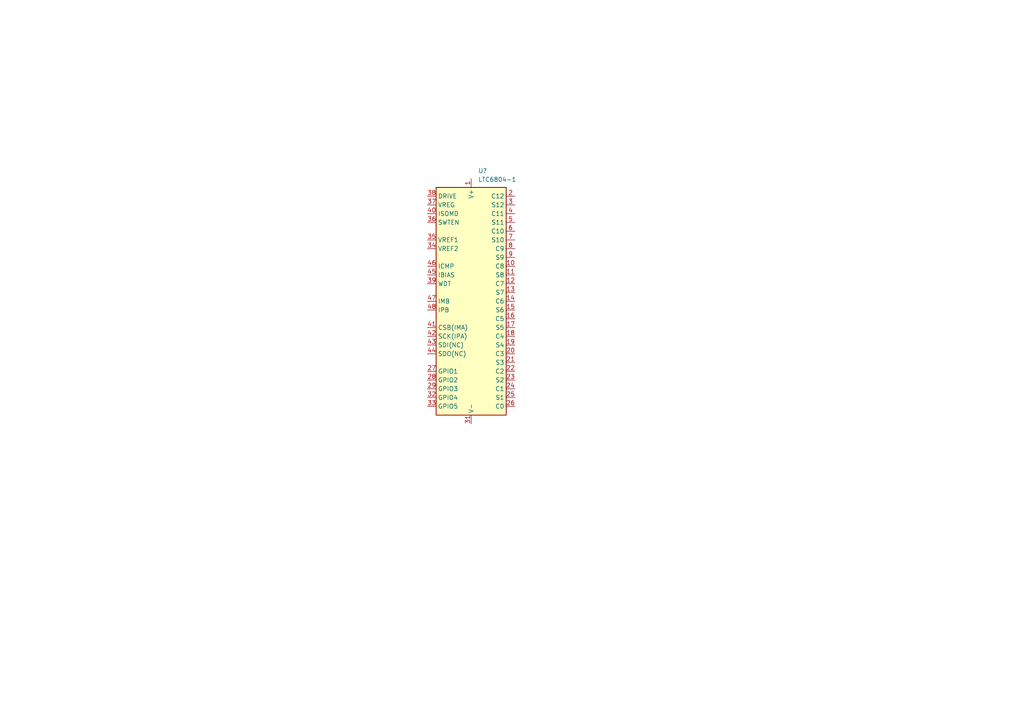
<source format=kicad_sch>
(kicad_sch (version 20211123) (generator eeschema)
  (paper "A4")
  (lib_symbols
    (symbol "Battery_Management:LTC6804-1"
      (property "Reference" "U" (at -10.16 34.29 0))
      (property "Value" "LTC6804-1" (at -16.51 -34.29 0))
      (symbol "LTC6804-1_0_1"
        (rectangle (start 10.16 -33.02) (end -10.16 33.02) (stroke (width 0.254)) (fill (type background)))
      )
      (symbol "LTC6804-1_1_1"
        (pin power_in line (at 0 35.56 270) (length 2.54) (name "V+") (number "1"))
        (pin input line (at 12.7 10.16 180) (length 2.54) (name "C8") (number "10"))
        (pin bidirectional line (at 12.7 7.62 180) (length 2.54) (name "S8") (number "11"))
        (pin input line (at 12.7 5.08 180) (length 2.54) (name "C7") (number "12"))
        (pin bidirectional line (at 12.7 2.54 180) (length 2.54) (name "S7") (number "13"))
        (pin input line (at 12.7 0 180) (length 2.54) (name "C6") (number "14"))
        (pin bidirectional line (at 12.7 -2.54 180) (length 2.54) (name "S6") (number "15"))
        (pin input line (at 12.7 -5.08 180) (length 2.54) (name "C5") (number "16"))
        (pin bidirectional line (at 12.7 -7.62 180) (length 2.54) (name "S5") (number "17"))
        (pin input line (at 12.7 -10.16 180) (length 2.54) (name "C4") (number "18"))
        (pin bidirectional line (at 12.7 -12.7 180) (length 2.54) (name "S4") (number "19"))
        (pin input line (at 12.7 30.48 180) (length 2.54) (name "C12") (number "2"))
        (pin input line (at 12.7 -15.24 180) (length 2.54) (name "C3") (number "20"))
        (pin bidirectional line (at 12.7 -17.78 180) (length 2.54) (name "S3") (number "21"))
        (pin input line (at 12.7 -20.32 180) (length 2.54) (name "C2") (number "22"))
        (pin bidirectional line (at 12.7 -22.86 180) (length 2.54) (name "S2") (number "23"))
        (pin input line (at 12.7 -25.4 180) (length 2.54) (name "C1") (number "24"))
        (pin bidirectional line (at 12.7 -27.94 180) (length 2.54) (name "S1") (number "25"))
        (pin input line (at 12.7 -30.48 180) (length 2.54) (name "C0") (number "26"))
        (pin bidirectional line (at -12.7 -20.32 0) (length 2.54) (name "GPIO1") (number "27"))
        (pin bidirectional line (at -12.7 -22.86 0) (length 2.54) (name "GPIO2") (number "28"))
        (pin bidirectional line (at -12.7 -25.4 0) (length 2.54) (name "GPIO3") (number "29"))
        (pin bidirectional line (at 12.7 27.94 180) (length 2.54) (name "S12") (number "3"))
        (pin passive line (at 0 -35.56 90) (length 2.54) hide (name "V-") (number "30"))
        (pin passive line (at 0 -35.56 90) (length 2.54) (name "V-") (number "31"))
        (pin bidirectional line (at -12.7 -27.94 0) (length 2.54) (name "GPIO4") (number "32"))
        (pin bidirectional line (at -12.7 -30.48 0) (length 2.54) (name "GPIO5") (number "33"))
        (pin output line (at -12.7 15.24 0) (length 2.54) (name "VREF2") (number "34"))
        (pin output line (at -12.7 17.78 0) (length 2.54) (name "VREF1") (number "35"))
        (pin input line (at -12.7 22.86 0) (length 2.54) (name "SWTEN") (number "36"))
        (pin input line (at -12.7 27.94 0) (length 2.54) (name "VREG") (number "37"))
        (pin output line (at -12.7 30.48 0) (length 2.54) (name "DRIVE") (number "38"))
        (pin output line (at -12.7 5.08 0) (length 2.54) (name "WDT") (number "39"))
        (pin input line (at 12.7 25.4 180) (length 2.54) (name "C11") (number "4"))
        (pin input line (at -12.7 25.4 0) (length 2.54) (name "ISOMD") (number "40"))
        (pin bidirectional line (at -12.7 -7.62 0) (length 2.54) (name "CSB(IMA)") (number "41"))
        (pin bidirectional line (at -12.7 -10.16 0) (length 2.54) (name "SCK(IPA)") (number "42"))
        (pin input line (at -12.7 -12.7 0) (length 2.54) (name "SDI(NC)") (number "43"))
        (pin open_collector line (at -12.7 -15.24 0) (length 2.54) (name "SDO(NC)") (number "44"))
        (pin passive line (at -12.7 7.62 0) (length 2.54) (name "IBIAS") (number "45"))
        (pin passive line (at -12.7 10.16 0) (length 2.54) (name "ICMP") (number "46"))
        (pin bidirectional line (at -12.7 0 0) (length 2.54) (name "IMB") (number "47"))
        (pin bidirectional line (at -12.7 -2.54 0) (length 2.54) (name "IPB") (number "48"))
        (pin bidirectional line (at 12.7 22.86 180) (length 2.54) (name "S11") (number "5"))
        (pin input line (at 12.7 20.32 180) (length 2.54) (name "C10") (number "6"))
        (pin bidirectional line (at 12.7 17.78 180) (length 2.54) (name "S10") (number "7"))
        (pin input line (at 12.7 15.24 180) (length 2.54) (name "C9") (number "8"))
        (pin bidirectional line (at 12.7 12.7 180) (length 2.54) (name "S9") (number "9"))
      )
    )
  )
  (symbol (lib_id "Battery_Management:LTC6804-1") (at 136.652 87.376 0) (unit 1)
    (property "Reference" "U?" (at 138.6714 49.53 0) (effects (justify left)))
    (property "Value" "LTC6804-1" (at 138.6714 52.07 0) (effects (justify left)))
    (property "Footprint" "Package_SO:SSOP-48_5.3x12.8mm_P0.5mm" (effects hide))
    (property "Datasheet" "https://www.analog.com/media/en/technical-documentation/data-sheets/680412fc.pdf" (effects hide))
  )
)
</source>
